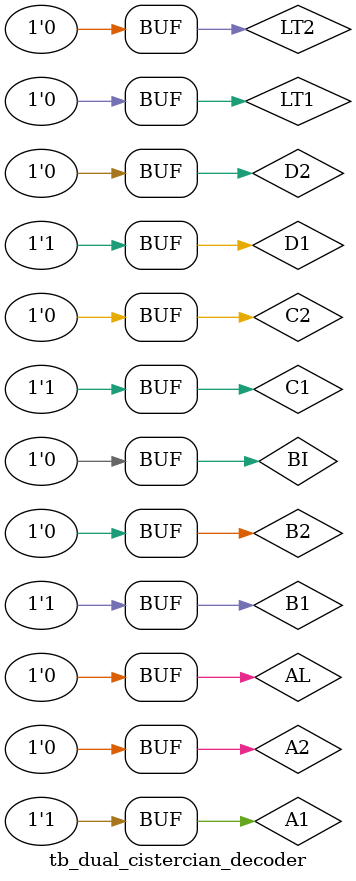
<source format=v>
module tb_dual_cistercian_decoder;

	wire U1, V1, W1, X1, Y1;
	wire U2, V2, W2, X2, Y2;

	reg BI, AL;
	reg LT1, A1, B1, C1, D1;
	reg LT2, A2, B2, C2, D2;

	dual_cistercian_decoder dcd(
		BI, AL,
		LT1, A1, B1, C1, D1,
		LT2, A2, B2, C2, D2,
		U1, V1, W1, X1, Y1,
		U2, V2, W2, X2, Y2
	);

	initial begin
		BI = 1;
		AL = 1;
		LT1 = 1;
		LT2 = 1;

		A1 = 0; B1 = 0; C1 = 0; D1 = 0;
		A2 = 1; B2 = 1; C2 = 1; D2 = 1;
		#100;

		if ((U1 == 0) && (V1 == 0) && (W1 == 0) && (X1 == 0) && (Y1 == 0)) $display("PASS 0"); else $display("FAIL 0");
		if ((U2 == 0) && (V2 == 1) && (W2 == 1) && (X2 == 1) && (Y2 == 1)) $display("PASS F"); else $display("FAIL F");

		A1 = 1; B1 = 0; C1 = 0; D1 = 0;
		A2 = 0; B2 = 1; C2 = 1; D2 = 1;
		#100;

		if ((U1 == 1) && (V1 == 0) && (W1 == 0) && (X1 == 0) && (Y1 == 0)) $display("PASS 1"); else $display("FAIL 1");
		if ((U2 == 1) && (V2 == 0) && (W2 == 1) && (X2 == 1) && (Y2 == 1)) $display("PASS E"); else $display("FAIL E");

		A1 = 0; B1 = 1; C1 = 0; D1 = 0;
		A2 = 1; B2 = 0; C2 = 1; D2 = 1;
		#100;

		if ((U1 == 0) && (V1 == 1) && (W1 == 0) && (X1 == 0) && (Y1 == 0)) $display("PASS 2"); else $display("FAIL 2");
		if ((U2 == 1) && (V2 == 1) && (W2 == 0) && (X2 == 1) && (Y2 == 1)) $display("PASS D"); else $display("FAIL D");

		A1 = 1; B1 = 1; C1 = 0; D1 = 0;
		A2 = 0; B2 = 0; C2 = 1; D2 = 1;
		#100;

		if ((U1 == 0) && (V1 == 0) && (W1 == 1) && (X1 == 0) && (Y1 == 0)) $display("PASS 3"); else $display("FAIL 3");
		if ((U2 == 1) && (V2 == 1) && (W2 == 1) && (X2 == 0) && (Y2 == 1)) $display("PASS C"); else $display("FAIL C");

		A1 = 0; B1 = 0; C1 = 1; D1 = 0;
		A2 = 1; B2 = 1; C2 = 0; D2 = 1;
		#100;

		if ((U1 == 0) && (V1 == 0) && (W1 == 0) && (X1 == 1) && (Y1 == 0)) $display("PASS 4"); else $display("FAIL 4");
		if ((U2 == 1) && (V2 == 0) && (W2 == 0) && (X2 == 1) && (Y2 == 1)) $display("PASS B"); else $display("FAIL B");

		A1 = 1; B1 = 0; C1 = 1; D1 = 0;
		A2 = 0; B2 = 1; C2 = 0; D2 = 1;
		#100;

		if ((U1 == 1) && (V1 == 0) && (W1 == 0) && (X1 == 1) && (Y1 == 0)) $display("PASS 5"); else $display("FAIL 5");
		if ((U2 == 1) && (V2 == 1) && (W2 == 1) && (X2 == 1) && (Y2 == 0)) $display("PASS A"); else $display("FAIL A");

		A1 = 0; B1 = 1; C1 = 1; D1 = 0;
		A2 = 1; B2 = 0; C2 = 0; D2 = 1;
		#100;

		if ((U1 == 0) && (V1 == 0) && (W1 == 0) && (X1 == 0) && (Y1 == 1)) $display("PASS 6"); else $display("FAIL 6");
		if ((U2 == 1) && (V2 == 1) && (W2 == 0) && (X2 == 0) && (Y2 == 1)) $display("PASS 9"); else $display("FAIL 9");

		A1 = 1; B1 = 1; C1 = 1; D1 = 0;
		A2 = 0; B2 = 0; C2 = 0; D2 = 1;
		#100;

		if ((U1 == 1) && (V1 == 0) && (W1 == 0) && (X1 == 0) && (Y1 == 1)) $display("PASS 7"); else $display("FAIL 7");
		if ((U2 == 0) && (V2 == 1) && (W2 == 0) && (X2 == 0) && (Y2 == 1)) $display("PASS 8"); else $display("FAIL 8");

		A1 = 0; B1 = 0; C1 = 0; D1 = 1;
		A2 = 1; B2 = 1; C2 = 1; D2 = 0;
		#100;

		if ((U1 == 0) && (V1 == 1) && (W1 == 0) && (X1 == 0) && (Y1 == 1)) $display("PASS 8"); else $display("FAIL 8");
		if ((U2 == 1) && (V2 == 0) && (W2 == 0) && (X2 == 0) && (Y2 == 1)) $display("PASS 7"); else $display("FAIL 7");

		A1 = 1; B1 = 0; C1 = 0; D1 = 1;
		A2 = 0; B2 = 1; C2 = 1; D2 = 0;
		#100;

		if ((U1 == 1) && (V1 == 1) && (W1 == 0) && (X1 == 0) && (Y1 == 1)) $display("PASS 9"); else $display("FAIL 9");
		if ((U2 == 0) && (V2 == 0) && (W2 == 0) && (X2 == 0) && (Y2 == 1)) $display("PASS 6"); else $display("FAIL 6");

		A1 = 0; B1 = 1; C1 = 0; D1 = 1;
		A2 = 1; B2 = 0; C2 = 1; D2 = 0;
		#100;

		if ((U1 == 1) && (V1 == 1) && (W1 == 1) && (X1 == 1) && (Y1 == 0)) $display("PASS A"); else $display("FAIL A");
		if ((U2 == 1) && (V2 == 0) && (W2 == 0) && (X2 == 1) && (Y2 == 0)) $display("PASS 5"); else $display("FAIL 5");

		A1 = 1; B1 = 1; C1 = 0; D1 = 1;
		A2 = 0; B2 = 0; C2 = 1; D2 = 0;
		#100;

		if ((U1 == 1) && (V1 == 0) && (W1 == 0) && (X1 == 1) && (Y1 == 1)) $display("PASS B"); else $display("FAIL B");
		if ((U2 == 0) && (V2 == 0) && (W2 == 0) && (X2 == 1) && (Y2 == 0)) $display("PASS 4"); else $display("FAIL 4");

		A1 = 0; B1 = 0; C1 = 1; D1 = 1;
		A2 = 1; B2 = 1; C2 = 0; D2 = 0;
		#100;

		if ((U1 == 1) && (V1 == 1) && (W1 == 1) && (X1 == 0) && (Y1 == 1)) $display("PASS C"); else $display("FAIL C");
		if ((U2 == 0) && (V2 == 0) && (W2 == 1) && (X2 == 0) && (Y2 == 0)) $display("PASS 3"); else $display("FAIL 3");

		A1 = 1; B1 = 0; C1 = 1; D1 = 1;
		A2 = 0; B2 = 1; C2 = 0; D2 = 0;
		#100;

		if ((U1 == 1) && (V1 == 1) && (W1 == 0) && (X1 == 1) && (Y1 == 1)) $display("PASS D"); else $display("FAIL D");
		if ((U2 == 0) && (V2 == 1) && (W2 == 0) && (X2 == 0) && (Y2 == 0)) $display("PASS 2"); else $display("FAIL 2");

		A1 = 0; B1 = 1; C1 = 1; D1 = 1;
		A2 = 1; B2 = 0; C2 = 0; D2 = 0;
		#100;

		if ((U1 == 1) && (V1 == 0) && (W1 == 1) && (X1 == 1) && (Y1 == 1)) $display("PASS E"); else $display("FAIL E");
		if ((U2 == 1) && (V2 == 0) && (W2 == 0) && (X2 == 0) && (Y2 == 0)) $display("PASS 1"); else $display("FAIL 1");

		A1 = 1; B1 = 1; C1 = 1; D1 = 1;
		A2 = 0; B2 = 0; C2 = 0; D2 = 0;
		#100;

		if ((U1 == 0) && (V1 == 1) && (W1 == 1) && (X1 == 1) && (Y1 == 1)) $display("PASS F"); else $display("FAIL F");
		if ((U2 == 0) && (V2 == 0) && (W2 == 0) && (X2 == 0) && (Y2 == 0)) $display("PASS 0"); else $display("FAIL 0");

		LT1 = 0;
		LT2 = 0;
		#100;

		if ((U1 == 1) && (V1 == 1) && (W1 == 1) && (X1 == 1) && (Y1 == 1)) $display("PASS LT"); else $display("FAIL LT");
		if ((U2 == 1) && (V2 == 1) && (W2 == 1) && (X2 == 1) && (Y2 == 1)) $display("PASS LT"); else $display("FAIL LT");

		AL = 0;
		#100;

		if ((U1 == 0) && (V1 == 0) && (W1 == 0) && (X1 == 0) && (Y1 == 0)) $display("PASS AL"); else $display("FAIL AL");
		if ((U2 == 0) && (V2 == 0) && (W2 == 0) && (X2 == 0) && (Y2 == 0)) $display("PASS AL"); else $display("FAIL AL");

		BI = 0;
		#100;

		if ((U1 == 1) && (V1 == 1) && (W1 == 1) && (X1 == 1) && (Y1 == 1)) $display("PASS BI"); else $display("FAIL BI");
		if ((U2 == 1) && (V2 == 1) && (W2 == 1) && (X2 == 1) && (Y2 == 1)) $display("PASS BI"); else $display("FAIL BI");
	end

	initial begin
		$dumpfile("dump.vcd");
		$dumpvars;
	end

endmodule

</source>
